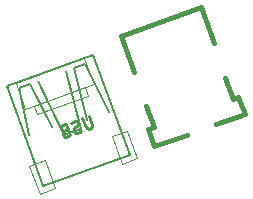
<source format=gbo>
G04 (created by PCBNEW-RS274X (2011-nov-30)-testing) date Mon 23 Apr 2012 04:49:46 PM EDT*
G01*
G70*
G90*
%MOIN*%
G04 Gerber Fmt 3.4, Leading zero omitted, Abs format*
%FSLAX34Y34*%
G04 APERTURE LIST*
%ADD10C,0.006000*%
%ADD11C,0.015000*%
%ADD12C,0.002600*%
%ADD13C,0.005000*%
%ADD14C,0.012000*%
%ADD15C,0.010000*%
G04 APERTURE END LIST*
G54D10*
G54D11*
X-11437Y49473D02*
X-12518Y49079D01*
X-12518Y49079D02*
X-12723Y49643D01*
X-12723Y49643D02*
X-12535Y49711D01*
X-12535Y49711D02*
X-12791Y50416D01*
X-09904Y50669D02*
X-10160Y51374D01*
X-09904Y50669D02*
X-09716Y50738D01*
X-09716Y50738D02*
X-09511Y50174D01*
X-09511Y50174D02*
X-10450Y49832D01*
X-10524Y52519D02*
X-10968Y53740D01*
X-10968Y53740D02*
X-13646Y52765D01*
X-13646Y52765D02*
X-13202Y51544D01*
G54D12*
X-16165Y48610D02*
X-15829Y47686D01*
X-15829Y47686D02*
X-16347Y47497D01*
X-16683Y48422D02*
X-16347Y47497D01*
X-16165Y48610D02*
X-16683Y48422D01*
X-13428Y49607D02*
X-13091Y48682D01*
X-13091Y48682D02*
X-13609Y48493D01*
X-13946Y49418D02*
X-13609Y48493D01*
X-13428Y49607D02*
X-13946Y49418D01*
X-14851Y52020D02*
X-14538Y51160D01*
X-14538Y51160D02*
X-16831Y50326D01*
X-17144Y51186D02*
X-16831Y50326D01*
X-14851Y52020D02*
X-17144Y51186D01*
X-14825Y51056D02*
X-14720Y50769D01*
X-14720Y50769D02*
X-16440Y50143D01*
X-16545Y50430D02*
X-16440Y50143D01*
X-14825Y51056D02*
X-16545Y50430D01*
G54D13*
X-17440Y51078D02*
X-14555Y52128D01*
X-16229Y47750D02*
X-13344Y48800D01*
X-17440Y51078D02*
X-16229Y47750D01*
X-14555Y52128D02*
X-13344Y48800D01*
X-16686Y49468D02*
X-17040Y51014D01*
X-17040Y51014D02*
X-16670Y51149D01*
X-16670Y51149D02*
X-15947Y49737D01*
X-14031Y50225D02*
X-14821Y51822D01*
X-14821Y51822D02*
X-15191Y51687D01*
X-15191Y51687D02*
X-14770Y49955D01*
X-16393Y51250D02*
X-15535Y49469D01*
X-15535Y49469D02*
X-14980Y49670D01*
X-14980Y49670D02*
X-15468Y51586D01*
G54D14*
G54D15*
X-14707Y50100D02*
X-14596Y49796D01*
X-14601Y49754D01*
X-14612Y49729D01*
X-14641Y49698D01*
X-14714Y49672D01*
X-14756Y49677D01*
X-14780Y49688D01*
X-14811Y49718D01*
X-14922Y50022D01*
X-14952Y49606D02*
X-14999Y49568D01*
X-15090Y49535D01*
X-15132Y49540D01*
X-15156Y49552D01*
X-15187Y49581D01*
X-15200Y49616D01*
X-15195Y49659D01*
X-15184Y49684D01*
X-15155Y49715D01*
X-15089Y49759D01*
X-15060Y49790D01*
X-15049Y49814D01*
X-15044Y49856D01*
X-15057Y49892D01*
X-15088Y49921D01*
X-15112Y49933D01*
X-15154Y49938D01*
X-15244Y49905D01*
X-15291Y49867D01*
X-15520Y49602D02*
X-15567Y49565D01*
X-15578Y49541D01*
X-15582Y49498D01*
X-15563Y49444D01*
X-15532Y49415D01*
X-15508Y49403D01*
X-15466Y49399D01*
X-15322Y49451D01*
X-15459Y49827D01*
X-15585Y49781D01*
X-15614Y49750D01*
X-15625Y49726D01*
X-15630Y49684D01*
X-15617Y49648D01*
X-15586Y49619D01*
X-15562Y49607D01*
X-15520Y49602D01*
X-15394Y49648D01*
M02*

</source>
